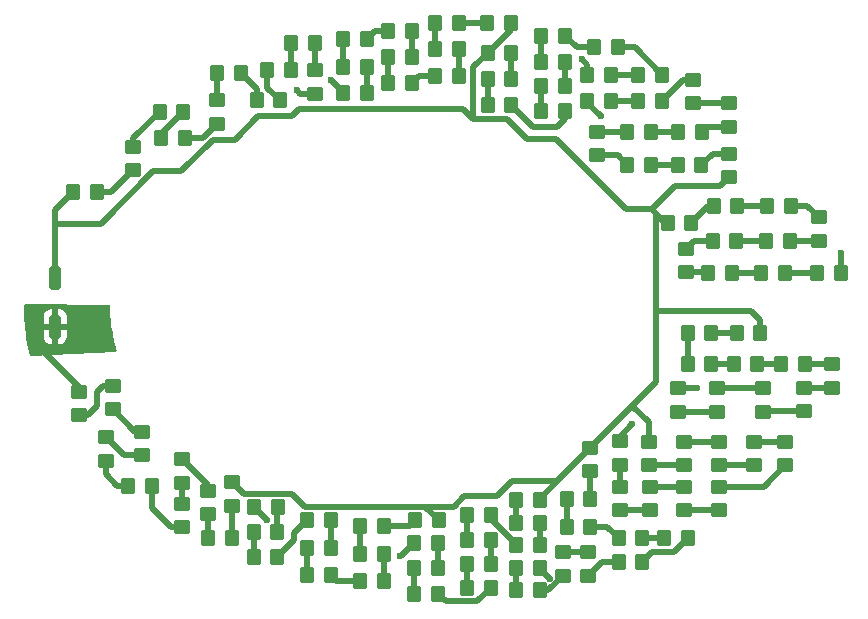
<source format=gtl>
G04 #@! TF.GenerationSoftware,KiCad,Pcbnew,9.0.2-9.0.2-0~ubuntu24.10.1*
G04 #@! TF.CreationDate,2025-05-11T12:44:46+02:00*
G04 #@! TF.ProjectId,vyhrivani_sekundar,76796872-6976-4616-9e69-5f73656b756e,rev?*
G04 #@! TF.SameCoordinates,Original*
G04 #@! TF.FileFunction,Copper,L1,Top*
G04 #@! TF.FilePolarity,Positive*
%FSLAX46Y46*%
G04 Gerber Fmt 4.6, Leading zero omitted, Abs format (unit mm)*
G04 Created by KiCad (PCBNEW 9.0.2-9.0.2-0~ubuntu24.10.1) date 2025-05-11 12:44:46*
%MOMM*%
%LPD*%
G01*
G04 APERTURE LIST*
G04 Aperture macros list*
%AMRoundRect*
0 Rectangle with rounded corners*
0 $1 Rounding radius*
0 $2 $3 $4 $5 $6 $7 $8 $9 X,Y pos of 4 corners*
0 Add a 4 corners polygon primitive as box body*
4,1,4,$2,$3,$4,$5,$6,$7,$8,$9,$2,$3,0*
0 Add four circle primitives for the rounded corners*
1,1,$1+$1,$2,$3*
1,1,$1+$1,$4,$5*
1,1,$1+$1,$6,$7*
1,1,$1+$1,$8,$9*
0 Add four rect primitives between the rounded corners*
20,1,$1+$1,$2,$3,$4,$5,0*
20,1,$1+$1,$4,$5,$6,$7,0*
20,1,$1+$1,$6,$7,$8,$9,0*
20,1,$1+$1,$8,$9,$2,$3,0*%
G04 Aperture macros list end*
G04 #@! TA.AperFunction,SMDPad,CuDef*
%ADD10RoundRect,0.250000X-0.350000X-0.450000X0.350000X-0.450000X0.350000X0.450000X-0.350000X0.450000X0*%
G04 #@! TD*
G04 #@! TA.AperFunction,SMDPad,CuDef*
%ADD11RoundRect,0.250000X-0.450000X0.350000X-0.450000X-0.350000X0.450000X-0.350000X0.450000X0.350000X0*%
G04 #@! TD*
G04 #@! TA.AperFunction,SMDPad,CuDef*
%ADD12RoundRect,0.250000X0.450000X-0.350000X0.450000X0.350000X-0.450000X0.350000X-0.450000X-0.350000X0*%
G04 #@! TD*
G04 #@! TA.AperFunction,SMDPad,CuDef*
%ADD13RoundRect,0.250000X0.350000X0.450000X-0.350000X0.450000X-0.350000X-0.450000X0.350000X-0.450000X0*%
G04 #@! TD*
G04 #@! TA.AperFunction,SMDPad,CuDef*
%ADD14RoundRect,0.250000X-0.250000X-0.750000X0.250000X-0.750000X0.250000X0.750000X-0.250000X0.750000X0*%
G04 #@! TD*
G04 #@! TA.AperFunction,ViaPad*
%ADD15C,0.600000*%
G04 #@! TD*
G04 #@! TA.AperFunction,Conductor*
%ADD16C,0.500000*%
G04 #@! TD*
G04 APERTURE END LIST*
D10*
X43000000Y-53400000D03*
X45000000Y-53400000D03*
X96800000Y-60250000D03*
X98800000Y-60250000D03*
D11*
X52250000Y-76000000D03*
X52250000Y-78000000D03*
D12*
X48800000Y-75700000D03*
X48800000Y-73700000D03*
D13*
X69300000Y-81650000D03*
X67300000Y-81650000D03*
X103700000Y-57550000D03*
X101700000Y-57550000D03*
X80050000Y-39050000D03*
X78050000Y-39050000D03*
D10*
X82650000Y-40150000D03*
X84650000Y-40150000D03*
D12*
X89300000Y-80350000D03*
X89300000Y-78350000D03*
D10*
X82650000Y-44450000D03*
X84650000Y-44450000D03*
X78100000Y-46050000D03*
X80100000Y-46050000D03*
D11*
X91850000Y-78350000D03*
X91850000Y-80350000D03*
D12*
X100650000Y-76550000D03*
X100650000Y-74550000D03*
D10*
X94250000Y-48300000D03*
X96250000Y-48300000D03*
D13*
X73900000Y-83150000D03*
X71900000Y-83150000D03*
D12*
X94700000Y-80350000D03*
X94700000Y-78350000D03*
D10*
X58550000Y-45650000D03*
X60550000Y-45650000D03*
D13*
X91200000Y-84700000D03*
X89200000Y-84700000D03*
D11*
X52250000Y-79800000D03*
X52250000Y-81800000D03*
D14*
X41500000Y-64800000D03*
D13*
X82500000Y-79500000D03*
X80500000Y-79500000D03*
X86800000Y-79350000D03*
X84800000Y-79350000D03*
X84650000Y-42350000D03*
X82650000Y-42350000D03*
D12*
X45750000Y-76150000D03*
X45750000Y-74150000D03*
X55200000Y-47600000D03*
X55200000Y-45600000D03*
D10*
X80500000Y-85200000D03*
X82500000Y-85200000D03*
X73650000Y-41300000D03*
X75650000Y-41300000D03*
X102950000Y-67950000D03*
X104950000Y-67950000D03*
D13*
X88550000Y-45700000D03*
X86550000Y-45700000D03*
D10*
X87100000Y-41150000D03*
X89100000Y-41150000D03*
D14*
X41501100Y-60710200D03*
D13*
X64800000Y-81200000D03*
X62800000Y-81200000D03*
D11*
X63450000Y-43100000D03*
X63450000Y-45100000D03*
D10*
X71900000Y-85250000D03*
X73900000Y-85250000D03*
D13*
X73950000Y-81200000D03*
X71950000Y-81200000D03*
D10*
X69700000Y-41950000D03*
X71700000Y-41950000D03*
D11*
X97650000Y-78350000D03*
X97650000Y-80350000D03*
D12*
X86600000Y-85900000D03*
X86600000Y-83900000D03*
D13*
X80100000Y-43850000D03*
X78100000Y-43850000D03*
D10*
X95050000Y-67950000D03*
X97050000Y-67950000D03*
D13*
X88550000Y-43450000D03*
X86550000Y-43450000D03*
D11*
X84450000Y-83900000D03*
X84450000Y-85900000D03*
D12*
X98550000Y-52150000D03*
X98550000Y-50150000D03*
D10*
X80500000Y-81400000D03*
X82500000Y-81400000D03*
D12*
X48100000Y-51550000D03*
X48100000Y-49550000D03*
D10*
X78100000Y-41600000D03*
X80100000Y-41600000D03*
X89900000Y-48300000D03*
X91900000Y-48300000D03*
X65850000Y-42800000D03*
X67850000Y-42800000D03*
D13*
X101200000Y-65350000D03*
X99200000Y-65350000D03*
D11*
X104900000Y-69950000D03*
X104900000Y-71950000D03*
D13*
X99150000Y-57550000D03*
X97150000Y-57550000D03*
D10*
X98950000Y-67950000D03*
X100950000Y-67950000D03*
D13*
X60350000Y-80100000D03*
X58350000Y-80100000D03*
D11*
X94900000Y-58200000D03*
X94900000Y-60200000D03*
D13*
X78350000Y-80750000D03*
X76350000Y-80750000D03*
X96200000Y-51100000D03*
X94200000Y-51100000D03*
D11*
X107300000Y-67950000D03*
X107300000Y-69950000D03*
D13*
X49650000Y-78300000D03*
X47650000Y-78300000D03*
D11*
X97650000Y-74550000D03*
X97650000Y-76550000D03*
D13*
X71700000Y-39750000D03*
X69700000Y-39750000D03*
D10*
X59450000Y-43100000D03*
X61450000Y-43100000D03*
X50450000Y-48800000D03*
X52450000Y-48800000D03*
D12*
X98500000Y-47900000D03*
X98500000Y-45900000D03*
D13*
X75650000Y-39050000D03*
X73650000Y-39050000D03*
D11*
X97550000Y-70000000D03*
X97550000Y-72000000D03*
D13*
X64800000Y-85850000D03*
X62800000Y-85850000D03*
D10*
X93050000Y-82700000D03*
X95050000Y-82700000D03*
D12*
X94700000Y-76550000D03*
X94700000Y-74550000D03*
D10*
X76350000Y-82850000D03*
X78350000Y-82850000D03*
X61450000Y-40800000D03*
X63450000Y-40800000D03*
D13*
X67850000Y-45000000D03*
X65850000Y-45000000D03*
D10*
X55200000Y-43350000D03*
X57200000Y-43350000D03*
D12*
X89300000Y-76500000D03*
X89300000Y-74500000D03*
D10*
X93350000Y-56000000D03*
X95350000Y-56000000D03*
D13*
X73900000Y-87400000D03*
X71900000Y-87400000D03*
X82500000Y-87100000D03*
X80500000Y-87100000D03*
D12*
X43500000Y-72300000D03*
X43500000Y-70300000D03*
D13*
X84650000Y-46550000D03*
X82650000Y-46550000D03*
X69300000Y-86300000D03*
X67300000Y-86300000D03*
X97050000Y-65350000D03*
X95050000Y-65350000D03*
D11*
X86800000Y-75050000D03*
X86800000Y-77050000D03*
D13*
X82500000Y-83300000D03*
X80500000Y-83300000D03*
X60300000Y-84300000D03*
X58300000Y-84300000D03*
D10*
X67300000Y-84050000D03*
X69300000Y-84050000D03*
X106000000Y-60250000D03*
X108000000Y-60250000D03*
D13*
X56450000Y-82700000D03*
X54450000Y-82700000D03*
D11*
X106150000Y-55550000D03*
X106150000Y-57550000D03*
D10*
X58300000Y-82200000D03*
X60300000Y-82200000D03*
D12*
X87350000Y-50300000D03*
X87350000Y-48300000D03*
D13*
X92850000Y-43450000D03*
X90850000Y-43450000D03*
D10*
X50350000Y-46600000D03*
X52350000Y-46600000D03*
D13*
X91900000Y-51100000D03*
X89900000Y-51100000D03*
D12*
X101400000Y-72000000D03*
X101400000Y-70000000D03*
D11*
X91750000Y-74550000D03*
X91750000Y-76550000D03*
X56450000Y-77950000D03*
X56450000Y-79950000D03*
D10*
X89200000Y-82700000D03*
X91200000Y-82700000D03*
X101250000Y-60250000D03*
X103250000Y-60250000D03*
D11*
X103300000Y-74550000D03*
X103300000Y-76550000D03*
D13*
X92850000Y-45700000D03*
X90850000Y-45700000D03*
D12*
X94250000Y-72000000D03*
X94250000Y-70000000D03*
X54450000Y-80700000D03*
X54450000Y-78700000D03*
D10*
X76350000Y-86900000D03*
X78350000Y-86900000D03*
X62800000Y-83550000D03*
X64800000Y-83550000D03*
X101750000Y-54550000D03*
X103750000Y-54550000D03*
D13*
X78350000Y-84900000D03*
X76350000Y-84900000D03*
X71700002Y-44200000D03*
X69700000Y-44200000D03*
D12*
X46350000Y-71800000D03*
X46350000Y-69800000D03*
D10*
X97250000Y-54550000D03*
X99250000Y-54550000D03*
D13*
X75650000Y-43600000D03*
X73650000Y-43600000D03*
D12*
X95500000Y-45900000D03*
X95500000Y-43900000D03*
D13*
X67850000Y-40450000D03*
X65850000Y-40450000D03*
D10*
X84800000Y-81750000D03*
X86800000Y-81750000D03*
D15*
X86050000Y-42150000D03*
X61950000Y-44800000D03*
X39750000Y-64650000D03*
X44300000Y-65300000D03*
X95850000Y-70000000D03*
X70700000Y-84250000D03*
X45050000Y-63800000D03*
X44300000Y-64550000D03*
X108000000Y-58550000D03*
X87700000Y-47000000D03*
X45800000Y-66050000D03*
X45050000Y-64550000D03*
X83350000Y-86150000D03*
X64850000Y-43900000D03*
X44300000Y-63800000D03*
X39750000Y-63900000D03*
X45050000Y-65300000D03*
X39750000Y-66150000D03*
X44300000Y-66050000D03*
X59400000Y-81150000D03*
X45050000Y-66050000D03*
X90350000Y-73050000D03*
X45800000Y-65300000D03*
X39750000Y-65400000D03*
X45800000Y-63800000D03*
X45800000Y-64550000D03*
D16*
X86550000Y-42650000D02*
X86050000Y-42150000D01*
X86550000Y-43450000D02*
X86550000Y-42650000D01*
X62250000Y-45100000D02*
X61950000Y-44800000D01*
X63450000Y-45100000D02*
X62250000Y-45100000D01*
X83901607Y-48951607D02*
X81451607Y-48951607D01*
X76850000Y-47196290D02*
X76025302Y-46371592D01*
X98550000Y-52150000D02*
X97800000Y-52900000D01*
X76850000Y-47196290D02*
X76850000Y-42850000D01*
X54813246Y-48978118D02*
X52133346Y-51658018D01*
X82500000Y-79350000D02*
X84002478Y-77847522D01*
X97800000Y-52900000D02*
X93950000Y-52900000D01*
X61499000Y-78949000D02*
X62599000Y-80049000D01*
X84002478Y-77847522D02*
X86800000Y-75050000D01*
X76854710Y-47201000D02*
X76850000Y-47196290D01*
X56450000Y-77950000D02*
X57449000Y-78949000D01*
X45348292Y-56100000D02*
X41501100Y-56100000D01*
X92387288Y-63450000D02*
X92387288Y-55237288D01*
X80203451Y-77847522D02*
X84002478Y-77847522D01*
X91750000Y-72900000D02*
X90350000Y-71500000D01*
X90350000Y-71500000D02*
X92387288Y-69462712D01*
X91750000Y-74550000D02*
X91750000Y-72900000D01*
X80050000Y-39650000D02*
X78100000Y-41600000D01*
X62599000Y-80049000D02*
X72799000Y-80049000D01*
X41501100Y-60710200D02*
X41501100Y-56100000D01*
X62128408Y-46371592D02*
X61500000Y-47000000D01*
X76124688Y-79150000D02*
X78900973Y-79150000D01*
X56721882Y-48978118D02*
X54813246Y-48978118D01*
X100400000Y-63450000D02*
X92387288Y-63450000D01*
X72799000Y-80049000D02*
X75225688Y-80049000D01*
X75225688Y-80049000D02*
X76124688Y-79150000D01*
X49790274Y-51658018D02*
X45348292Y-56100000D01*
X76025302Y-46371592D02*
X62128408Y-46371592D01*
X61500000Y-47000000D02*
X58700000Y-47000000D01*
X80050000Y-39050000D02*
X80050000Y-39650000D01*
X92000000Y-54850000D02*
X89800000Y-54850000D01*
X58700000Y-47000000D02*
X56721882Y-48978118D01*
X92387288Y-69462712D02*
X92387288Y-63450000D01*
X92387288Y-55237288D02*
X92000000Y-54850000D01*
X79701000Y-47201000D02*
X76854710Y-47201000D01*
X86800000Y-75050000D02*
X90350000Y-71500000D01*
X72799000Y-80049000D02*
X73950000Y-81200000D01*
X41501100Y-56100000D02*
X41501100Y-54898900D01*
X52133346Y-51658018D02*
X49790274Y-51658018D01*
X93950000Y-52900000D02*
X92000000Y-54850000D01*
X101200000Y-65350000D02*
X101200000Y-64250000D01*
X78900973Y-79150000D02*
X80203451Y-77847522D01*
X76850000Y-42850000D02*
X78100000Y-41600000D01*
X89800000Y-54850000D02*
X83901607Y-48951607D01*
X57449000Y-78949000D02*
X61499000Y-78949000D01*
X101200000Y-64250000D02*
X100400000Y-63450000D01*
X81451607Y-48951607D02*
X79701000Y-47201000D01*
X93150000Y-56000000D02*
X92387288Y-55237288D01*
X93350000Y-56000000D02*
X93150000Y-56000000D01*
X41501100Y-54898900D02*
X43000000Y-53400000D01*
X108000000Y-60250000D02*
X108000000Y-58550000D01*
X58350000Y-80100000D02*
X59400000Y-81150000D01*
X65750000Y-45100000D02*
X65850000Y-45000000D01*
X43500000Y-70300000D02*
X43500000Y-69900000D01*
X70800000Y-84250000D02*
X71900000Y-83150000D01*
X86550000Y-45850000D02*
X87700000Y-47000000D01*
X82500000Y-85300000D02*
X83279318Y-86079318D01*
X89300000Y-74500000D02*
X89300000Y-74100000D01*
X89300000Y-74100000D02*
X90350000Y-73050000D01*
X65850000Y-45000000D02*
X65850000Y-44900000D01*
X43500000Y-69900000D02*
X39750000Y-66150000D01*
X65850000Y-44900000D02*
X64850000Y-43900000D01*
X70700000Y-84250000D02*
X70800000Y-84250000D01*
X94250000Y-70000000D02*
X95850000Y-70000000D01*
X46250000Y-53400000D02*
X48100000Y-51550000D01*
X45000000Y-53400000D02*
X46250000Y-53400000D01*
X48100000Y-49550000D02*
X48100000Y-48850000D01*
X48100000Y-48850000D02*
X50350000Y-46600000D01*
X50450000Y-48500000D02*
X52350000Y-46600000D01*
X50450000Y-48800000D02*
X50450000Y-48500000D01*
X54000000Y-48800000D02*
X55200000Y-47600000D01*
X52450000Y-48800000D02*
X54000000Y-48800000D01*
X55200000Y-47600000D02*
X55000000Y-47600000D01*
X55200000Y-43350000D02*
X55200000Y-45600000D01*
X58550000Y-44700000D02*
X57200000Y-43350000D01*
X58550000Y-45650000D02*
X58550000Y-44700000D01*
X59450000Y-43100000D02*
X59450000Y-44550000D01*
X59450000Y-44550000D02*
X60550000Y-45650000D01*
X61450000Y-40800000D02*
X61450000Y-43100000D01*
X63450000Y-43100000D02*
X63450000Y-40800000D01*
X78050000Y-39050000D02*
X75650000Y-39050000D01*
X73650000Y-41300000D02*
X73650000Y-39050000D01*
X75650000Y-41300000D02*
X75650000Y-43600000D01*
X72300002Y-43600000D02*
X71700002Y-44200000D01*
X73650000Y-43600000D02*
X72300002Y-43600000D01*
X69700000Y-44200000D02*
X69700000Y-41950000D01*
X71700000Y-41950000D02*
X71700000Y-39750000D01*
X68550000Y-39750000D02*
X67850000Y-40450000D01*
X69700000Y-39750000D02*
X68550000Y-39750000D01*
X65850000Y-42800000D02*
X65850000Y-40450000D01*
X67850000Y-42800000D02*
X67850000Y-45000000D01*
X80100000Y-43850000D02*
X80100000Y-41600000D01*
X78100000Y-46050000D02*
X78100000Y-43850000D01*
X81950000Y-47900000D02*
X80100000Y-46050000D01*
X84650000Y-46550000D02*
X84650000Y-47250000D01*
X84000000Y-47900000D02*
X81950000Y-47900000D01*
X84650000Y-47250000D02*
X84000000Y-47900000D01*
X82650000Y-44450000D02*
X82650000Y-46550000D01*
X84650000Y-42350000D02*
X84650000Y-44450000D01*
X82650000Y-40150000D02*
X82650000Y-42350000D01*
X87100000Y-41150000D02*
X85650000Y-41150000D01*
X85650000Y-41150000D02*
X84650000Y-40150000D01*
X92850000Y-43450000D02*
X90550000Y-41150000D01*
X90550000Y-41150000D02*
X89100000Y-41150000D01*
X88550000Y-43450000D02*
X90850000Y-43450000D01*
X98550000Y-50150000D02*
X97150000Y-50150000D01*
X97150000Y-50150000D02*
X96200000Y-51100000D01*
X91900000Y-51100000D02*
X94200000Y-51100000D01*
X89100000Y-50300000D02*
X89900000Y-51100000D01*
X87350000Y-50300000D02*
X89100000Y-50300000D01*
X89900000Y-48300000D02*
X87350000Y-48300000D01*
X94250000Y-48300000D02*
X91900000Y-48300000D01*
X96650000Y-47900000D02*
X96250000Y-48300000D01*
X98500000Y-47900000D02*
X96650000Y-47900000D01*
X95500000Y-45900000D02*
X98500000Y-45900000D01*
X94650000Y-43900000D02*
X92850000Y-45700000D01*
X95500000Y-43900000D02*
X94650000Y-43900000D01*
X88550000Y-45700000D02*
X90850000Y-45700000D01*
X96800000Y-54550000D02*
X95350000Y-56000000D01*
X97250000Y-54550000D02*
X96800000Y-54550000D01*
X99250000Y-54550000D02*
X101750000Y-54550000D01*
X103750000Y-54550000D02*
X105150000Y-54550000D01*
X105150000Y-54550000D02*
X106150000Y-55550000D01*
X106150000Y-57550000D02*
X103700000Y-57550000D01*
X101700000Y-57550000D02*
X99150000Y-57550000D01*
X97150000Y-57550000D02*
X95550000Y-57550000D01*
X95550000Y-57550000D02*
X94900000Y-58200000D01*
X94900000Y-60200000D02*
X96750000Y-60200000D01*
X96750000Y-60200000D02*
X96800000Y-60250000D01*
X98800000Y-60250000D02*
X101250000Y-60250000D01*
X103250000Y-60250000D02*
X106000000Y-60250000D01*
X97050000Y-65350000D02*
X99200000Y-65350000D01*
X95050000Y-67950000D02*
X95050000Y-65350000D01*
X98950000Y-67950000D02*
X97050000Y-67950000D01*
X102950000Y-67950000D02*
X100950000Y-67950000D01*
X107300000Y-67950000D02*
X104950000Y-67950000D01*
X104900000Y-69950000D02*
X107300000Y-69950000D01*
X104900000Y-71950000D02*
X101450000Y-71950000D01*
X101400000Y-70000000D02*
X97550000Y-70000000D01*
X97550000Y-72000000D02*
X94250000Y-72000000D01*
X94700000Y-76550000D02*
X91750000Y-76550000D01*
X97650000Y-74550000D02*
X94700000Y-74550000D01*
X100650000Y-76550000D02*
X97650000Y-76550000D01*
X103300000Y-74550000D02*
X100650000Y-74550000D01*
X97650000Y-78350000D02*
X101500000Y-78350000D01*
X101500000Y-78350000D02*
X103300000Y-76550000D01*
X94700000Y-80350000D02*
X97650000Y-80350000D01*
X91850000Y-78350000D02*
X94700000Y-78350000D01*
X91850000Y-80350000D02*
X89300000Y-80350000D01*
X89300000Y-76500000D02*
X89300000Y-78350000D01*
X86800000Y-77050000D02*
X86800000Y-79350000D01*
X84800000Y-79350000D02*
X84800000Y-81750000D01*
X88250000Y-81750000D02*
X89200000Y-82700000D01*
X86800000Y-81750000D02*
X88250000Y-81750000D01*
X91200000Y-82700000D02*
X93050000Y-82700000D01*
X93899000Y-83851000D02*
X92049000Y-83851000D01*
X95050000Y-82700000D02*
X93899000Y-83851000D01*
X92049000Y-83851000D02*
X91200000Y-84700000D01*
X87800000Y-84700000D02*
X86600000Y-85900000D01*
X89200000Y-84700000D02*
X87800000Y-84700000D01*
X86600000Y-83900000D02*
X84450000Y-83900000D01*
X83250000Y-87100000D02*
X84450000Y-85900000D01*
X82500000Y-87100000D02*
X83250000Y-87100000D01*
X80500000Y-87100000D02*
X80500000Y-85200000D01*
X80500000Y-81400000D02*
X80500000Y-79500000D01*
X82500000Y-83300000D02*
X82500000Y-81400000D01*
X78350000Y-81048292D02*
X80500000Y-83198292D01*
X76350000Y-82850000D02*
X76350000Y-80750000D01*
X78350000Y-84900000D02*
X78350000Y-82850000D01*
X76350000Y-86900000D02*
X76350000Y-84900000D01*
X77199371Y-88050629D02*
X74550629Y-88050629D01*
X74550629Y-88050629D02*
X73900000Y-87400000D01*
X78350000Y-86900000D02*
X77199371Y-88050629D01*
X71900000Y-87400000D02*
X71900000Y-85250000D01*
X73900000Y-85250000D02*
X73900000Y-83150000D01*
X71500000Y-81650000D02*
X71950000Y-81200000D01*
X69300000Y-81650000D02*
X71500000Y-81650000D01*
X67300000Y-84050000D02*
X67300000Y-81650000D01*
X69300000Y-84050000D02*
X69300000Y-86300000D01*
X67300000Y-86300000D02*
X65250000Y-86300000D01*
X65250000Y-86300000D02*
X64800000Y-85850000D01*
X62800000Y-83550000D02*
X62800000Y-85850000D01*
X64800000Y-83550000D02*
X64800000Y-81200000D01*
X61749000Y-82851000D02*
X60300000Y-84300000D01*
X62800000Y-81200000D02*
X61749000Y-82251000D01*
X61749000Y-82251000D02*
X61749000Y-82851000D01*
X58300000Y-84300000D02*
X58300000Y-82200000D01*
X60300000Y-82200000D02*
X60300000Y-80150000D01*
X56450000Y-79950000D02*
X56450000Y-82700000D01*
X54450000Y-82700000D02*
X54450000Y-80700000D01*
X54450000Y-78700000D02*
X54450000Y-78200000D01*
X54450000Y-78200000D02*
X52250000Y-76000000D01*
X52250000Y-78000000D02*
X52250000Y-79800000D01*
X52250000Y-81800000D02*
X51300000Y-81800000D01*
X51300000Y-81800000D02*
X49650000Y-80150000D01*
X49650000Y-80150000D02*
X49650000Y-78300000D01*
X45750000Y-77300000D02*
X45750000Y-76150000D01*
X47650000Y-78300000D02*
X46750000Y-78300000D01*
X46750000Y-78300000D02*
X45750000Y-77300000D01*
X48800000Y-75700000D02*
X47300000Y-75700000D01*
X47300000Y-75700000D02*
X45750000Y-74150000D01*
X48250000Y-73700000D02*
X46350000Y-71800000D01*
X48800000Y-73700000D02*
X48250000Y-73700000D01*
X45000000Y-71550000D02*
X44250000Y-72300000D01*
X44250000Y-72300000D02*
X43500000Y-72300000D01*
X45550000Y-69800000D02*
X45000000Y-70350000D01*
X45000000Y-70350000D02*
X45000000Y-71550000D01*
X46350000Y-69800000D02*
X45550000Y-69800000D01*
G04 #@! TA.AperFunction,Conductor*
G36*
X45992524Y-62946887D02*
G01*
X46003078Y-62950065D01*
X46014046Y-62948918D01*
X46035943Y-62959958D01*
X46059425Y-62967027D01*
X46066588Y-62975409D01*
X46076434Y-62980373D01*
X46088885Y-63001498D01*
X46104819Y-63020141D01*
X46106314Y-63031066D01*
X46111913Y-63040565D01*
X46115585Y-63075667D01*
X46115226Y-63084956D01*
X46111460Y-63104734D01*
X46113430Y-63131474D01*
X46113162Y-63138433D01*
X46112919Y-63142761D01*
X46111459Y-63162566D01*
X46117085Y-63192105D01*
X46118938Y-63206185D01*
X46236932Y-64806702D01*
X46237463Y-64813901D01*
X46235895Y-64850639D01*
X46242285Y-64879331D01*
X46242950Y-64888352D01*
X46242951Y-64888356D01*
X46244448Y-64908657D01*
X46244449Y-64908663D01*
X46254175Y-64936567D01*
X46258118Y-64950422D01*
X46493301Y-66006381D01*
X46612049Y-66539553D01*
X46615558Y-66575053D01*
X46626313Y-66603598D01*
X46628220Y-66612159D01*
X46628220Y-66612160D01*
X46632943Y-66633369D01*
X46645984Y-66658362D01*
X46652086Y-66672004D01*
X46682895Y-66753775D01*
X46688111Y-66823449D01*
X46654830Y-66884883D01*
X46593619Y-66918572D01*
X46573515Y-66921315D01*
X39448052Y-67304404D01*
X39380052Y-67288347D01*
X39331529Y-67238076D01*
X39320328Y-67207392D01*
X39256371Y-66918572D01*
X39009904Y-65805562D01*
X39007303Y-65787816D01*
X39001066Y-65702690D01*
X38993541Y-65599986D01*
X40500001Y-65599986D01*
X40510494Y-65702697D01*
X40565641Y-65869119D01*
X40565643Y-65869124D01*
X40657684Y-66018345D01*
X40781654Y-66142315D01*
X40930875Y-66234356D01*
X40930880Y-66234358D01*
X41097302Y-66289505D01*
X41097309Y-66289506D01*
X41200019Y-66299999D01*
X41750000Y-66299999D01*
X41799972Y-66299999D01*
X41799986Y-66299998D01*
X41902697Y-66289505D01*
X42069119Y-66234358D01*
X42069124Y-66234356D01*
X42218345Y-66142315D01*
X42342315Y-66018345D01*
X42434356Y-65869124D01*
X42434358Y-65869119D01*
X42489505Y-65702697D01*
X42489506Y-65702690D01*
X42499999Y-65599986D01*
X42500000Y-65599973D01*
X42500000Y-65050000D01*
X41750000Y-65050000D01*
X41750000Y-66299999D01*
X41200019Y-66299999D01*
X41249999Y-66299998D01*
X41250000Y-66299998D01*
X41250000Y-65050000D01*
X40500001Y-65050000D01*
X40500001Y-65599986D01*
X38993541Y-65599986D01*
X38876319Y-64000013D01*
X40500000Y-64000013D01*
X40500000Y-64550000D01*
X41250000Y-64550000D01*
X41750000Y-64550000D01*
X42499999Y-64550000D01*
X42499999Y-64000028D01*
X42499998Y-64000013D01*
X42489505Y-63897302D01*
X42434358Y-63730880D01*
X42434356Y-63730875D01*
X42342315Y-63581654D01*
X42218345Y-63457684D01*
X42069124Y-63365643D01*
X42069119Y-63365641D01*
X41902697Y-63310494D01*
X41902690Y-63310493D01*
X41799986Y-63300000D01*
X41750000Y-63300000D01*
X41750000Y-64550000D01*
X41250000Y-64550000D01*
X41250000Y-63300000D01*
X41249999Y-63299999D01*
X41200029Y-63300000D01*
X41200011Y-63300001D01*
X41097302Y-63310494D01*
X40930880Y-63365641D01*
X40930875Y-63365643D01*
X40781654Y-63457684D01*
X40657684Y-63581654D01*
X40565643Y-63730875D01*
X40565641Y-63730880D01*
X40510494Y-63897302D01*
X40510493Y-63897309D01*
X40500000Y-64000013D01*
X38876319Y-64000013D01*
X38816754Y-63186999D01*
X38816754Y-63168900D01*
X38827477Y-63022533D01*
X38852008Y-62957113D01*
X38908014Y-62915339D01*
X38944945Y-62907752D01*
X39096514Y-62900174D01*
X39103484Y-62900023D01*
X45992524Y-62946887D01*
G37*
G04 #@! TD.AperFunction*
M02*

</source>
